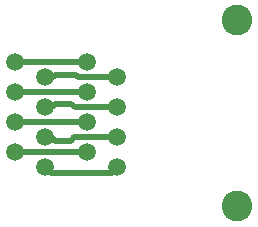
<source format=gtl>
G04 #@! TF.FileFunction,Copper,L1,Top,Signal*
%FSLAX46Y46*%
G04 Gerber Fmt 4.6, Leading zero omitted, Abs format (unit mm)*
G04 Created by KiCad (PCBNEW 4.0.7) date 04/08/19 09:55:11*
%MOMM*%
%LPD*%
G01*
G04 APERTURE LIST*
%ADD10C,0.100000*%
%ADD11C,1.500000*%
%ADD12C,2.600000*%
%ADD13C,0.500000*%
G04 APERTURE END LIST*
D10*
D11*
X101346000Y-153797000D03*
X101346000Y-156337000D03*
X101346000Y-158877000D03*
X101346000Y-161417000D03*
X98806000Y-152527000D03*
X98806000Y-155067000D03*
X98806000Y-157607000D03*
X98806000Y-160147000D03*
D12*
X111506000Y-164719000D03*
X111506000Y-148971000D03*
D11*
X95250000Y-153797000D03*
X95250000Y-156337000D03*
X95250000Y-158877000D03*
X95250000Y-161417000D03*
X92710000Y-152527000D03*
X92710000Y-155067000D03*
X92710000Y-157607000D03*
X92710000Y-160147000D03*
D13*
X95250000Y-153797000D02*
X95885000Y-153797000D01*
X95885000Y-153797000D02*
X96088200Y-153593800D01*
X98044000Y-153797000D02*
X101346000Y-153797000D01*
X97840800Y-153593800D02*
X98044000Y-153797000D01*
X96088200Y-153593800D02*
X97840800Y-153593800D01*
X95250000Y-156337000D02*
X95808800Y-156337000D01*
X95808800Y-156337000D02*
X96113600Y-156032200D01*
X97790000Y-156337000D02*
X101346000Y-156337000D01*
X97485200Y-156032200D02*
X97790000Y-156337000D01*
X96113600Y-156032200D02*
X97485200Y-156032200D01*
X95250000Y-158877000D02*
X95758000Y-158877000D01*
X95758000Y-158877000D02*
X96088200Y-159207200D01*
X97739200Y-158877000D02*
X101346000Y-158877000D01*
X97409000Y-159207200D02*
X97739200Y-158877000D01*
X96088200Y-159207200D02*
X97409000Y-159207200D01*
X95250000Y-161417000D02*
X95275400Y-161417000D01*
X95275400Y-161417000D02*
X95732600Y-161874200D01*
X95732600Y-161874200D02*
X100888800Y-161874200D01*
X100888800Y-161874200D02*
X101346000Y-161417000D01*
X92710000Y-152527000D02*
X98806000Y-152527000D01*
X92710000Y-155067000D02*
X98806000Y-155067000D01*
X92710000Y-157607000D02*
X98806000Y-157607000D01*
X92710000Y-160147000D02*
X98806000Y-160147000D01*
M02*

</source>
